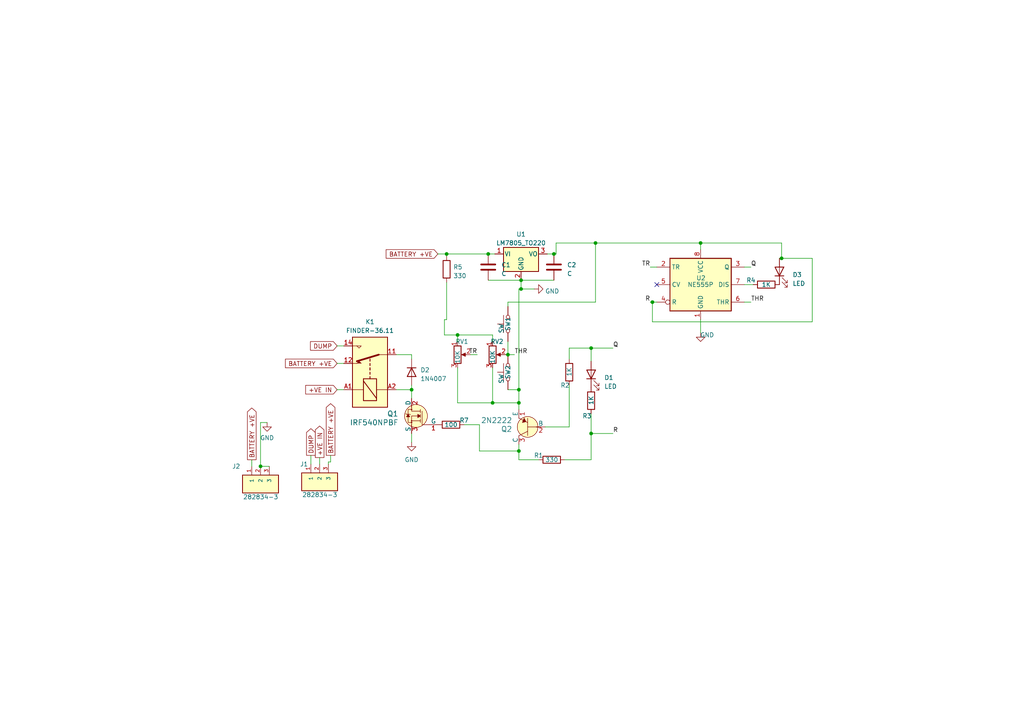
<source format=kicad_sch>
(kicad_sch (version 20220126) (generator eeschema)
  (paper "A4")
  (lib_symbols
    (symbol "Connector:282834-3" (pin_names (offset 1.016))
      (property "Reference" "J" (at -2.794 5.588 0))
      (property "Value" "282834-3" (at -2.794 -6.604 0))
      (symbol "282834-3_0_0"
        (rectangle (start -2.6416 -5.207) (end 2.54 5.207) (stroke (width 0.254)) (fill (type background)))
        (pin passive line (at 5.08 2.54 180) (length 2.54) (name "1") (number "1"))
        (pin passive line (at 5.08 0 180) (length 2.54) (name "2") (number "2"))
        (pin passive line (at 5.08 -2.54 180) (length 2.54) (name "3") (number "3"))
      )
    )
    (symbol "Device:C" (pin_numbers hide) (pin_names (offset 0.254))
      (property "Reference" "C" (at 0.635 2.54 0))
      (property "Value" "C" (at 0.635 -2.54 0))
      (symbol "C_0_1"
        (polyline (pts (xy -2.032 -0.762) (xy 2.032 -0.762)) (stroke (width 0.508)))
        (polyline (pts (xy -2.032 0.762) (xy 2.032 0.762)) (stroke (width 0.508)))
      )
      (symbol "C_1_1"
        (pin passive line (at 0 3.81 270) (length 2.794) (name "~") (number "1"))
        (pin passive line (at 0 -3.81 90) (length 2.794) (name "~") (number "2"))
      )
    )
    (symbol "Device:LED" (pin_numbers hide) (pin_names (offset 1.016) hide)
      (property "Reference" "D" (at 0 2.54 0))
      (property "Value" "LED" (at 0 -2.54 0))
      (symbol "LED_0_1"
        (polyline (pts (xy -1.27 -1.27) (xy -1.27 1.27)) (stroke (width 0.254)))
        (polyline (pts (xy -1.27 0) (xy 1.27 0)))
        (polyline (pts (xy 1.27 -1.27) (xy 1.27 1.27) (xy -1.27 0) (xy 1.27 -1.27)) (stroke (width 0.254)))
        (polyline (pts (xy -3.048 -0.762) (xy -4.572 -2.286) (xy -3.81 -2.286) (xy -4.572 -2.286) (xy -4.572 -1.524)))
        (polyline (pts (xy -1.778 -0.762) (xy -3.302 -2.286) (xy -2.54 -2.286) (xy -3.302 -2.286) (xy -3.302 -1.524)))
      )
      (symbol "LED_1_1"
        (pin passive line (at -3.81 0 0) (length 2.54) (name "K") (number "1"))
        (pin passive line (at 3.81 0 180) (length 2.54) (name "A") (number "2"))
      )
    )
    (symbol "Device:R" (pin_numbers hide) (pin_names (offset 0))
      (property "Reference" "R" (at 2.032 0 90))
      (property "Value" "R" (at 0 0 90))
      (symbol "R_0_1"
        (rectangle (start -1.016 -2.54) (end 1.016 2.54) (stroke (width 0.254)))
      )
      (symbol "R_1_1"
        (pin passive line (at 0 3.81 270) (length 1.27) (name "~") (number "1"))
        (pin passive line (at 0 -3.81 90) (length 1.27) (name "~") (number "2"))
      )
    )
    (symbol "Device:R_Potentiometer" (pin_names (offset 1.016) hide)
      (property "Reference" "RV" (at -4.445 0 90))
      (property "Value" "R_Potentiometer" (at -2.54 0 90))
      (symbol "R_Potentiometer_0_1"
        (polyline (pts (xy 2.54 0) (xy 1.524 0)))
        (polyline (pts (xy 1.143 0) (xy 2.286 0.508) (xy 2.286 -0.508) (xy 1.143 0)) (fill (type outline)))
        (rectangle (start 1.016 2.54) (end -1.016 -2.54) (stroke (width 0.254)))
      )
      (symbol "R_Potentiometer_1_1"
        (pin passive line (at 0 3.81 270) (length 1.27) (name "1") (number "1"))
        (pin passive line (at 3.81 0 180) (length 1.27) (name "2") (number "2"))
        (pin passive line (at 0 -3.81 90) (length 1.27) (name "3") (number "3"))
      )
    )
    (symbol "Diode:1N4007" (pin_numbers hide) (pin_names (offset 1.016) hide)
      (property "Reference" "D" (at 0 2.54 0))
      (property "Value" "1N4007" (at 0 -2.54 0))
      (symbol "1N4007_0_1"
        (polyline (pts (xy -1.27 1.27) (xy -1.27 -1.27)) (stroke (width 0.254)))
        (polyline (pts (xy 1.27 0) (xy -1.27 0)))
        (polyline (pts (xy 1.27 1.27) (xy 1.27 -1.27) (xy -1.27 0) (xy 1.27 1.27)) (stroke (width 0.254)))
      )
      (symbol "1N4007_1_1"
        (pin passive line (at -3.81 0 0) (length 2.54) (name "K") (number "1"))
        (pin passive line (at 3.81 0 180) (length 2.54) (name "A") (number "2"))
      )
    )
    (symbol "Regulator_Linear:LM7805_TO220" (pin_names (offset 0.254))
      (property "Reference" "U" (at -3.81 3.175 0))
      (property "Value" "LM7805_TO220" (at 0 3.175 0))
      (symbol "LM7805_TO220_0_1"
        (rectangle (start -5.08 1.905) (end 5.08 -5.08) (stroke (width 0.254)) (fill (type background)))
      )
      (symbol "LM7805_TO220_1_1"
        (pin power_in line (at -7.62 0 0) (length 2.54) (name "VI") (number "1"))
        (pin power_in line (at 0 -7.62 90) (length 2.54) (name "GND") (number "2"))
        (pin power_out line (at 7.62 0 180) (length 2.54) (name "VO") (number "3"))
      )
    )
    (symbol "Relay:FINDER-36.11"
      (property "Reference" "K" (at 11.43 3.81 0))
      (property "Value" "FINDER-36.11" (at 11.43 1.27 0))
      (symbol "FINDER-36.11_0_0"
        (polyline (pts (xy 2.54 3.81) (xy 2.54 5.08)))
        (polyline (pts (xy 7.62 3.81) (xy 7.62 5.08)))
        (polyline (pts (xy 7.62 3.81) (xy 7.62 2.54) (xy 6.985 3.175) (xy 7.62 3.81)))
      )
      (symbol "FINDER-36.11_0_1"
        (rectangle (start -10.16 5.08) (end 10.16 -5.08) (stroke (width 0.254)) (fill (type background)))
        (rectangle (start -8.255 1.905) (end -1.905 -1.905) (stroke (width 0.254)))
        (polyline (pts (xy -7.62 -1.905) (xy -2.54 1.905)) (stroke (width 0.254)))
        (polyline (pts (xy -5.08 -5.08) (xy -5.08 -1.905)))
        (polyline (pts (xy -5.08 5.08) (xy -5.08 1.905)))
        (polyline (pts (xy -1.905 0) (xy -1.27 0)) (stroke (width 0.254)))
        (polyline (pts (xy -0.635 0) (xy 0 0)) (stroke (width 0.254)))
        (polyline (pts (xy 0.635 0) (xy 1.27 0)) (stroke (width 0.254)))
        (polyline (pts (xy 0.635 0) (xy 1.27 0)) (stroke (width 0.254)))
        (polyline (pts (xy 1.905 0) (xy 2.54 0)) (stroke (width 0.254)))
        (polyline (pts (xy 3.175 0) (xy 3.81 0)) (stroke (width 0.254)))
        (polyline (pts (xy 5.08 -2.54) (xy 3.175 3.81)) (stroke (width 0.508)))
        (polyline (pts (xy 5.08 -2.54) (xy 5.08 -5.08)))
        (polyline (pts (xy 2.54 2.54) (xy 3.175 3.175) (xy 2.54 3.81)) (fill (type outline)))
      )
      (symbol "FINDER-36.11_1_1"
        (pin passive line (at 5.08 -7.62 90) (length 2.54) (name "~") (number "11"))
        (pin passive line (at 2.54 7.62 270) (length 2.54) (name "~") (number "12"))
        (pin passive line (at 7.62 7.62 270) (length 2.54) (name "~") (number "14"))
        (pin passive line (at -5.08 7.62 270) (length 2.54) (name "~") (number "A1"))
        (pin passive line (at -5.08 -7.62 90) (length 2.54) (name "~") (number "A2"))
      )
    )
    (symbol "Switch:SW_Push" (pin_numbers hide) (pin_names (offset 1.016) hide)
      (property "Reference" "SW" (at 1.27 2.54 0))
      (property "Value" "SW_Push" (at 0 -1.524 0))
      (symbol "SW_Push_0_1"
        (circle (center -2.032 0) (radius 0.508))
        (polyline (pts (xy 0 1.27) (xy 0 3.048)))
        (polyline (pts (xy 2.54 1.27) (xy -2.54 1.27)))
        (circle (center 2.032 0) (radius 0.508))
        (pin passive line (at -5.08 0 0) (length 2.54) (name "1") (number "1"))
        (pin passive line (at 5.08 0 180) (length 2.54) (name "2") (number "2"))
      )
    )
    (symbol "Timer:NE555P"
      (property "Reference" "U" (at -10.16 8.89 0))
      (property "Value" "NE555P" (at 2.54 8.89 0))
      (symbol "NE555P_0_0"
        (pin power_in line (at 0 -10.16 90) (length 2.54) (name "GND") (number "1"))
        (pin power_in line (at 0 10.16 270) (length 2.54) (name "VCC") (number "8"))
      )
      (symbol "NE555P_0_1"
        (rectangle (start -8.89 -7.62) (end 8.89 7.62) (stroke (width 0.254)) (fill (type background)))
        (rectangle (start -8.89 -7.62) (end 8.89 7.62) (stroke (width 0.254)) (fill (type background)))
      )
      (symbol "NE555P_1_1"
        (pin input line (at -12.7 5.08 0) (length 3.81) (name "TR") (number "2"))
        (pin output line (at 12.7 5.08 180) (length 3.81) (name "Q") (number "3"))
        (pin input inverted (at -12.7 -5.08 0) (length 3.81) (name "R") (number "4"))
        (pin input line (at -12.7 0 0) (length 3.81) (name "CV") (number "5"))
        (pin input line (at 12.7 -5.08 180) (length 3.81) (name "THR") (number "6"))
        (pin input line (at 12.7 0 180) (length 3.81) (name "DIS") (number "7"))
      )
    )
    (symbol "dk_Transistors-Bipolar-BJT-Single:2N2222" (pin_names (offset 0))
      (property "Reference" "Q" (at -2.3876 3.9116 0))
      (property "Value" "2N2222" (at 5.08 0 90))
      (symbol "2N2222_0_1"
        (polyline (pts (xy -3.81 0) (xy -2.54 0)))
        (polyline (pts (xy -3.556 0) (xy 0 0)))
        (polyline (pts (xy 0 -1.27) (xy 2.54 -2.54)))
        (polyline (pts (xy 0 1.27) (xy 2.54 2.54)))
        (polyline (pts (xy 0 2.54) (xy 0 -2.54)))
        (polyline (pts (xy 1.016 2.54) (xy 0.508 1.524) (xy 1.524 1.27) (xy 1.016 2.54)) (fill (type outline)))
        (circle (center 0 0) (radius 2.9972) (fill (type background)))
      )
      (symbol "2N2222_1_1"
        (pin passive line (at 2.54 5.08 270) (length 2.54) (name "E") (number "1"))
        (pin input line (at -5.08 0 0) (length 2.54) (name "B") (number "2"))
        (pin passive line (at 2.54 -5.08 90) (length 2.54) (name "C") (number "3"))
      )
    )
    (symbol "dk_Transistors-FETs-MOSFETs-Single:IRF540NPBF" (pin_names (offset 0))
      (property "Reference" "Q" (at -2.6924 3.6322 0))
      (property "Value" "IRF540NPBF" (at 3.4544 0 90))
      (symbol "IRF540NPBF_0_1"
        (circle (center -1.27 0) (radius 3.302) (fill (type background)))
        (circle (center 0 -1.905) (radius 0.127))
        (circle (center 0 -1.397) (radius 0.127))
        (polyline (pts (xy 0 -1.397) (xy -2.54 -1.397)))
        (polyline (pts (xy 0.508 0.508) (xy 0.3556 0.3556)))
        (polyline (pts (xy 1.524 0.508) (xy 1.7272 0.6604)))
        (polyline (pts (xy -5.08 -2.54) (xy -3.048 -2.54) (xy -3.048 1.397)))
        (polyline (pts (xy 0 -2.54) (xy 0 0) (xy -2.54 0)))
        (polyline (pts (xy 0 2.54) (xy 0 1.397) (xy -2.54 1.397)))
        (polyline (pts (xy -0.127 -1.905) (xy 1.016 -1.905) (xy 1.016 1.397) (xy 1.016 1.905) (xy -0.127 1.905)))
        (circle (center 0 1.905) (radius 0.127))
      )
      (symbol "IRF540NPBF_1_1"
        (polyline (pts (xy -2.54 -1.397) (xy -2.54 -1.905)))
        (polyline (pts (xy -2.54 -1.397) (xy -2.54 -0.889)))
        (polyline (pts (xy -2.54 0) (xy -2.54 -0.508)))
        (polyline (pts (xy -2.54 0) (xy -2.54 0.508)))
        (polyline (pts (xy -2.54 1.905) (xy -2.54 0.889)))
        (polyline (pts (xy 1.524 0.508) (xy 0.508 0.508)))
        (polyline (pts (xy -2.54 0) (xy -1.778 0.508) (xy -1.778 -0.508) (xy -2.54 0)) (fill (type outline)))
        (polyline (pts (xy 1.016 0.508) (xy 0.508 -0.254) (xy 1.524 -0.254) (xy 1.016 0.508)) (fill (type outline)))
        (pin bidirectional line (at -7.62 -2.54 0) (length 2.54) (name "G") (number "1"))
        (pin bidirectional line (at 0 5.08 270) (length 2.54) (name "D") (number "2"))
        (pin bidirectional line (at 0 -5.08 90) (length 2.54) (name "S") (number "3"))
      )
    )
    (symbol "power:GND" (power) (pin_names (offset 0))
      (property "Value" "GND" (at 0 -3.81 0))
      (symbol "GND_0_1"
        (polyline (pts (xy 0 0) (xy 0 -1.27) (xy 1.27 -1.27) (xy 0 -2.54) (xy -1.27 -1.27) (xy 0 -1.27)))
      )
      (symbol "GND_1_1"
        (pin power_in line (at 0 0 270) (length 0) hide (name "GND") (number "1"))
      )
    )
  )
  (junction (at 171.45 100.965))
  (junction (at 203.2 70.485))
  (junction (at 171.45 125.73))
  (junction (at 160.655 73.66))
  (junction (at 150.495 116.84))
  (junction (at 151.13 83.82))
  (junction (at 119.38 113.03))
  (junction (at 142.875 116.84))
  (junction (at 172.72 70.485))
  (junction (at 150.495 130.81))
  (junction (at 129.54 73.66))
  (junction (at 226.695 74.93))
  (junction (at 132.715 97.155))
  (junction (at 151.13 81.28))
  (junction (at 189.23 87.63))
  (junction (at 141.605 73.66))
  (junction (at 147.32 102.87))
  (junction (at 150.495 113.03))
  (junction (at 75.565 135.255))
  (no_connect (at 190.5 82.55))
  (wire (pts (xy 165.1 111.76) (xy 165.1 123.825)))
  (wire (pts (xy 75.565 122.555) (xy 77.47 122.555)))
  (wire (pts (xy 132.715 116.84) (xy 142.875 116.84)))
  (wire (pts (xy 151.13 81.28) (xy 151.13 83.82)))
  (wire (pts (xy 203.2 92.71) (xy 203.2 96.52)))
  (wire (pts (xy 150.495 83.82) (xy 151.13 83.82)))
  (wire (pts (xy 189.23 87.63) (xy 190.5 87.63)))
  (wire (pts (xy 235.585 74.93) (xy 235.585 93.345)))
  (wire (pts (xy 147.32 99.06) (xy 147.32 102.87)))
  (wire (pts (xy 97.79 105.41) (xy 99.695 105.41)))
  (wire (pts (xy 160.655 73.66) (xy 161.29 73.66)))
  (wire (pts (xy 95.885 133.985) (xy 95.885 132.08)))
  (wire (pts (xy 141.605 73.66) (xy 143.51 73.66)))
  (wire (pts (xy 119.38 113.03) (xy 114.935 113.03)))
  (wire (pts (xy 150.495 128.905) (xy 150.495 130.81)))
  (wire (pts (xy 161.29 70.485) (xy 161.29 73.66)))
  (wire (pts (xy 165.1 100.965) (xy 165.1 104.14)))
  (wire (pts (xy 147.32 87.63) (xy 147.32 88.9)))
  (wire (pts (xy 158.75 73.66) (xy 160.655 73.66)))
  (wire (pts (xy 119.38 102.87) (xy 119.38 104.14)))
  (wire (pts (xy 203.2 70.485) (xy 203.2 72.39)))
  (wire (pts (xy 139.065 123.19) (xy 139.065 130.81)))
  (wire (pts (xy 75.565 135.255) (xy 78.105 135.255)))
  (wire (pts (xy 172.72 87.63) (xy 172.72 70.485)))
  (wire (pts (xy 189.23 93.345) (xy 235.585 93.345)))
  (wire (pts (xy 97.79 100.33) (xy 99.695 100.33)))
  (wire (pts (xy 138.43 102.87) (xy 136.525 102.87)))
  (wire (pts (xy 132.715 97.155) (xy 142.875 97.155)))
  (wire (pts (xy 134.62 123.19) (xy 139.065 123.19)))
  (wire (pts (xy 151.13 81.28) (xy 160.655 81.28)))
  (wire (pts (xy 129.54 92.71) (xy 128.905 92.71)))
  (wire (pts (xy 114.935 102.87) (xy 119.38 102.87)))
  (wire (pts (xy 75.565 135.255) (xy 75.565 122.555)))
  (wire (pts (xy 147.32 113.03) (xy 150.495 113.03)))
  (wire (pts (xy 171.45 120.015) (xy 171.45 125.73)))
  (wire (pts (xy 92.71 132.715) (xy 92.71 134.62)))
  (wire (pts (xy 177.8 100.965) (xy 171.45 100.965)))
  (wire (pts (xy 151.13 83.82) (xy 154.94 83.82)))
  (wire (pts (xy 161.29 70.485) (xy 172.72 70.485)))
  (wire (pts (xy 147.32 102.87) (xy 149.225 102.87)))
  (wire (pts (xy 188.595 77.47) (xy 190.5 77.47)))
  (wire (pts (xy 129.54 81.915) (xy 129.54 92.71)))
  (wire (pts (xy 97.79 113.03) (xy 99.695 113.03)))
  (wire (pts (xy 128.905 97.155) (xy 132.715 97.155)))
  (wire (pts (xy 172.72 70.485) (xy 203.2 70.485)))
  (wire (pts (xy 226.695 70.485) (xy 226.695 74.93)))
  (wire (pts (xy 119.38 111.76) (xy 119.38 113.03)))
  (wire (pts (xy 215.9 87.63) (xy 217.805 87.63)))
  (wire (pts (xy 119.38 125.73) (xy 119.38 128.27)))
  (wire (pts (xy 177.8 125.73) (xy 171.45 125.73)))
  (wire (pts (xy 139.065 130.81) (xy 150.495 130.81)))
  (wire (pts (xy 163.83 133.35) (xy 171.45 133.35)))
  (wire (pts (xy 226.695 74.93) (xy 235.585 74.93)))
  (wire (pts (xy 129.54 73.66) (xy 141.605 73.66)))
  (wire (pts (xy 150.495 116.84) (xy 150.495 118.745)))
  (wire (pts (xy 171.45 100.965) (xy 171.45 104.775)))
  (wire (pts (xy 150.495 113.03) (xy 150.495 116.84)))
  (wire (pts (xy 150.495 130.81) (xy 150.495 133.35)))
  (wire (pts (xy 150.495 83.82) (xy 150.495 113.03)))
  (wire (pts (xy 203.2 70.485) (xy 226.695 70.485)))
  (wire (pts (xy 95.25 133.985) (xy 95.885 133.985)))
  (wire (pts (xy 95.25 134.62) (xy 95.25 133.985)))
  (wire (pts (xy 142.875 116.84) (xy 150.495 116.84)))
  (wire (pts (xy 141.605 81.28) (xy 151.13 81.28)))
  (wire (pts (xy 150.495 133.35) (xy 156.21 133.35)))
  (wire (pts (xy 73.025 133.35) (xy 73.025 135.255)))
  (wire (pts (xy 132.715 97.155) (xy 132.715 99.06)))
  (wire (pts (xy 171.45 125.73) (xy 171.45 133.35)))
  (wire (pts (xy 215.9 77.47) (xy 217.805 77.47)))
  (wire (pts (xy 215.9 82.55) (xy 218.44 82.55)))
  (wire (pts (xy 128.905 92.71) (xy 128.905 97.155)))
  (wire (pts (xy 188.595 87.63) (xy 189.23 87.63)))
  (wire (pts (xy 119.38 113.03) (xy 119.38 115.57)))
  (wire (pts (xy 226.06 74.93) (xy 226.695 74.93)))
  (wire (pts (xy 142.875 106.68) (xy 142.875 116.84)))
  (wire (pts (xy 129.54 74.295) (xy 129.54 73.66)))
  (wire (pts (xy 127 73.66) (xy 129.54 73.66)))
  (wire (pts (xy 165.1 123.825) (xy 158.115 123.825)))
  (wire (pts (xy 142.875 97.155) (xy 142.875 99.06)))
  (wire (pts (xy 90.17 132.08) (xy 90.17 134.62)))
  (wire (pts (xy 171.45 100.965) (xy 165.1 100.965)))
  (wire (pts (xy 132.715 106.68) (xy 132.715 116.84)))
  (wire (pts (xy 147.32 87.63) (xy 172.72 87.63)))
  (wire (pts (xy 189.23 87.63) (xy 189.23 93.345)))
  (wire (pts (xy 146.685 102.87) (xy 147.32 102.87)))
  (label "R" (at 188.595 87.63 0))
  (label "TR" (at 188.595 77.47 0))
  (label "Q" (at 177.8 100.965 0))
  (label "R" (at 177.8 125.73 0))
  (label "Q" (at 217.805 77.47 0))
  (label "THR" (at 217.805 87.63 0))
  (label "THR" (at 149.225 102.87 0))
  (label "TR" (at 138.43 102.87 0))
  (global_label "+VE IN" (shape output) (at 92.71 132.715 90) (property "Intersheetrefs" "${INTERSHEET_REFS}" (effects hide)))
  (global_label "BATTERY +VE" (shape output) (at 73.025 133.35 90) (property "Intersheetrefs" "${INTERSHEET_REFS}" (effects hide)))
  (global_label "+VE IN" (shape input) (at 97.79 113.03 180) (property "Intersheetrefs" "${INTERSHEET_REFS}" (effects hide)))
  (global_label "DUMP" (shape output) (at 90.17 132.08 90) (property "Intersheetrefs" "${INTERSHEET_REFS}" (effects hide)))
  (global_label "DUMP" (shape input) (at 97.79 100.33 180) (property "Intersheetrefs" "${INTERSHEET_REFS}" (effects hide)))
  (global_label "BATTERY +VE" (shape output) (at 95.885 132.08 90) (property "Intersheetrefs" "${INTERSHEET_REFS}" (effects hide)))
  (global_label "BATTERY +VE" (shape input) (at 127 73.66 180) (property "Intersheetrefs" "${INTERSHEET_REFS}" (effects hide)))
  (global_label "BATTERY +VE" (shape input) (at 97.79 105.41 180) (property "Intersheetrefs" "${INTERSHEET_REFS}" (effects hide)))
  (symbol (lib_id "Device:R") (at 129.54 78.105 0) (unit 1)
    (property "Reference" "R5" (at 131.445 77.47 0) (effects (justify left)))
    (property "Value" "330" (at 131.445 80.01 0) (effects (justify left)))
    (property "Footprint" "Resistor_SMD:R_0603_1608Metric_Pad0.98x0.95mm_HandSolder" (effects hide))
  )
  (symbol (lib_id "Switch:SW_Push") (at 147.32 93.98 90) (unit 1)
    (property "Reference" "SW1" (at 147.32 93.98 0))
    (property "Value" "SW" (at 145.415 95.25 0))
    (property "Footprint" "Button_Switch_SMD:SW_SPST_PTS645" (effects hide))
  )
  (symbol (lib_id "Device:R") (at 160.02 133.35 90) (unit 1)
    (property "Reference" "R1" (at 156.21 132.08 90))
    (property "Value" "330" (at 160.02 133.35 90))
    (property "Footprint" "Resistor_SMD:R_0603_1608Metric_Pad0.98x0.95mm_HandSolder" (effects hide))
  )
  (symbol (lib_id "Device:R") (at 130.81 123.19 90) (unit 1)
    (property "Reference" "R7" (at 134.62 121.92 90))
    (property "Value" "100" (at 130.81 123.19 90))
    (property "Footprint" "Resistor_SMD:R_0603_1608Metric_Pad0.98x0.95mm_HandSolder" (effects hide))
  )
  (symbol (lib_id "Device:R") (at 171.45 116.205 0) (unit 1)
    (property "Reference" "R3" (at 168.91 120.65 0) (effects (justify left)))
    (property "Value" "1K" (at 171.45 117.475 90) (effects (justify left)))
    (property "Footprint" "Resistor_SMD:R_0603_1608Metric_Pad0.98x0.95mm_HandSolder" (effects hide))
  )
  (symbol (lib_id "power:GND") (at 77.47 122.555 0) (unit 1)
    (property "Reference" "#PWR01" (effects hide))
    (property "Value" "GND" (at 77.47 127 0))
  )
  (symbol (lib_id "Device:LED") (at 226.06 78.74 90) (unit 1)
    (property "Reference" "D3" (at 229.87 79.6925 90) (effects (justify right)))
    (property "Value" "LED" (at 229.87 82.2325 90) (effects (justify right)))
    (property "Footprint" "LED_SMD:LED_0603_1608Metric_Pad1.05x0.95mm_HandSolder" (effects hide))
  )
  (symbol (lib_id "dk_Transistors-FETs-MOSFETs-Single:IRF540NPBF") (at 119.38 120.65 0) (mirror y) (unit 1)
    (property "Reference" "Q1" (at 115.57 120.015 0) (effects (font (size 1.524 1.524)) (justify left)))
    (property "Value" "IRF540NPBF" (at 115.57 122.555 0) (effects (font (size 1.524 1.524)) (justify left)))
    (property "Footprint" "digikey-footprints:TO-220-3" (effects hide))
    (property "Datasheet" "https://www.infineon.com/dgdl/irf540npbf.pdf?fileId=5546d462533600a4015355e39f0d19a1" (effects hide))
    (property "Digi-Key_PN" "IRF540NPBF-ND" (effects hide))
    (property "MPN" "IRF540NPBF" (effects hide))
    (property "Category" "Discrete Semiconductor Products" (effects hide))
    (property "Family" "Transistors - FETs, MOSFETs - Single" (effects hide))
    (property "DK_Datasheet_Link" "https://www.infineon.com/dgdl/irf540npbf.pdf?fileId=5546d462533600a4015355e39f0d19a1" (effects hide))
    (property "DK_Detail_Page" "/product-detail/en/infineon-technologies/IRF540NPBF/IRF540NPBF-ND/811869" (effects hide))
    (property "Description" "MOSFET N-CH 100V 33A TO-220AB" (effects hide))
    (property "Manufacturer" "Infineon Technologies" (effects hide))
    (property "Status" "Active" (effects hide))
  )
  (symbol (lib_id "Diode:1N4007") (at 119.38 107.95 270) (unit 1)
    (property "Reference" "D2" (at 121.92 107.315 90) (effects (justify left)))
    (property "Value" "1N4007" (at 121.92 109.855 90) (effects (justify left)))
    (property "Footprint" "Diode_THT:D_DO-41_SOD81_P10.16mm_Horizontal" (effects hide))
    (property "Datasheet" "http://www.vishay.com/docs/88503/1n4001.pdf" (effects hide))
  )
  (symbol (lib_id "Connector:282834-3") (at 92.71 139.7 90) (unit 1)
    (property "Reference" "J1" (at 86.995 134.62 90) (effects (justify right)))
    (property "Value" "282834-3" (at 87.63 143.51 90) (effects (justify right)))
    (property "Footprint" "TerminalBlock_MetzConnect:TerminalBlock_MetzConnect_Type101_RT01603HBWC_1x03_P5.08mm_Horizontal" (effects hide))
    (property "Comment" "282834-3" (effects hide))
    (property "EU_RoHS_Compliance" "Compliant with Exemptions" (effects hide))
  )
  (symbol (lib_id "Switch:SW_Push") (at 147.32 107.95 90) (unit 1)
    (property "Reference" "SW2" (at 147.32 107.95 0))
    (property "Value" "SW" (at 145.415 109.855 0))
    (property "Footprint" "Button_Switch_SMD:SW_SPST_PTS645" (effects hide))
  )
  (symbol (lib_id "power:GND") (at 203.2 96.52 0) (unit 1)
    (property "Reference" "#PWR03" (effects hide))
    (property "Value" "GND" (at 205.105 97.155 0))
  )
  (symbol (lib_id "power:GND") (at 119.38 128.27 0) (unit 1)
    (property "Reference" "#PWR0101" (effects hide))
    (property "Value" "GND" (at 119.38 133.35 0))
  )
  (symbol (lib_id "Timer:NE555P") (at 203.2 82.55 0) (unit 1)
    (property "Reference" "U2" (at 201.93 80.645 0) (effects (justify left)))
    (property "Value" "NE555P" (at 199.39 82.55 0) (effects (justify left)))
    (property "Footprint" "Package_DIP:DIP-8_W7.62mm" (effects hide))
    (property "Datasheet" "http://www.ti.com/lit/ds/symlink/ne555.pdf" (effects hide))
  )
  (symbol (lib_id "Device:C") (at 160.655 77.47 0) (unit 1)
    (property "Reference" "C2" (at 164.465 76.835 0) (effects (justify left)))
    (property "Value" "C" (at 164.465 79.375 0) (effects (justify left)))
    (property "Footprint" "Capacitor_SMD:C_0603_1608Metric_Pad1.08x0.95mm_HandSolder" (effects hide))
  )
  (symbol (lib_id "power:GND") (at 154.94 83.82 90) (unit 1)
    (property "Reference" "#PWR02" (effects hide))
    (property "Value" "GND" (at 158.115 84.455 90) (effects (justify right)))
  )
  (symbol (lib_id "Device:R") (at 165.1 107.95 0) (unit 1)
    (property "Reference" "R2" (at 162.56 111.76 0) (effects (justify left)))
    (property "Value" "1K" (at 165.1 109.22 90) (effects (justify left)))
    (property "Footprint" "Resistor_SMD:R_0603_1608Metric_Pad0.98x0.95mm_HandSolder" (effects hide))
  )
  (symbol (lib_id "dk_Transistors-Bipolar-BJT-Single:2N2222") (at 153.035 123.825 0) (mirror y) (unit 1)
    (property "Reference" "Q2" (at 148.59 124.46 0) (effects (font (size 1.524 1.524)) (justify left)))
    (property "Value" "2N2222" (at 148.59 121.92 0) (effects (font (size 1.524 1.524)) (justify left)))
    (property "Footprint" "digikey-footprints:TO-18-3" (effects hide))
    (property "Datasheet" "https://my.centralsemi.com/get_document.php?cmp=1&mergetype=pd&mergepath=pd&pdf_id=2N2221.PDF" (effects hide))
    (property "Digi-Key_PN" "2N2222CS-ND" (effects hide))
    (property "MPN" "2N2222" (effects hide))
    (property "Category" "Discrete Semiconductor Products" (effects hide))
    (property "Family" "Transistors - Bipolar (BJT) - Single" (effects hide))
    (property "DK_Datasheet_Link" "https://my.centralsemi.com/get_document.php?cmp=1&mergetype=pd&mergepath=pd&pdf_id=2N2221.PDF" (effects hide))
    (property "DK_Detail_Page" "/product-detail/en/central-semiconductor-corp/2N2222/2N2222CS-ND/4806844" (effects hide))
    (property "Description" "TRANS NPN 30V 0.8A TO-18" (effects hide))
    (property "Manufacturer" "Central Semiconductor Corp" (effects hide))
    (property "Status" "Active" (effects hide))
  )
  (symbol (lib_id "Regulator_Linear:LM7805_TO220") (at 151.13 73.66 0) (unit 1)
    (property "Reference" "U1" (at 151.13 67.945 0))
    (property "Value" "LM7805_TO220" (at 151.13 70.485 0))
    (property "Footprint" "Package_TO_SOT_THT:TO-220-3_Vertical" (effects hide))
    (property "Datasheet" "https://www.onsemi.cn/PowerSolutions/document/MC7800-D.PDF" (effects hide))
  )
  (symbol (lib_id "Device:R_Potentiometer") (at 132.715 102.87 0) (unit 1)
    (property "Reference" "RV1" (at 135.89 99.06 0) (effects (justify right)))
    (property "Value" "10K" (at 132.715 101.6 90) (effects (justify right)))
    (property "Footprint" "Resistor_SMD:R_0603_1608Metric_Pad0.98x0.95mm_HandSolder" (effects hide))
  )
  (symbol (lib_id "Relay:FINDER-36.11") (at 107.315 107.95 90) (unit 1)
    (property "Reference" "K1" (at 107.315 93.345 90))
    (property "Value" "FINDER-36.11" (at 107.315 95.885 90))
    (property "Footprint" "Relay_THT:Relay_SPDT_Finder_36.11" (effects hide))
    (property "Datasheet" "https://gfinder.findernet.com/public/attachments/36/EN/S36EN.pdf" (effects hide))
  )
  (symbol (lib_id "Connector:282834-3") (at 75.565 140.335 90) (unit 1)
    (property "Reference" "J2" (at 67.31 135.255 90) (effects (justify right)))
    (property "Value" "282834-3" (at 70.485 144.145 90) (effects (justify right)))
    (property "Footprint" "TerminalBlock_MetzConnect:TerminalBlock_MetzConnect_Type101_RT01603HBWC_1x03_P5.08mm_Horizontal" (effects hide))
    (property "Comment" "282834-3" (effects hide))
    (property "EU_RoHS_Compliance" "Compliant with Exemptions" (effects hide))
  )
  (symbol (lib_id "Device:R_Potentiometer") (at 142.875 102.87 0) (unit 1)
    (property "Reference" "RV2" (at 146.05 99.06 0) (effects (justify right)))
    (property "Value" "10K" (at 142.875 101.6 90) (effects (justify right)))
    (property "Footprint" "Resistor_SMD:R_0603_1608Metric_Pad0.98x0.95mm_HandSolder" (effects hide))
  )
  (symbol (lib_id "Device:C") (at 141.605 77.47 0) (unit 1)
    (property "Reference" "C1" (at 145.415 76.835 0) (effects (justify left)))
    (property "Value" "C" (at 145.415 79.375 0) (effects (justify left)))
    (property "Footprint" "Capacitor_SMD:C_0603_1608Metric_Pad1.08x0.95mm_HandSolder" (effects hide))
  )
  (symbol (lib_id "Device:R") (at 222.25 82.55 90) (unit 1)
    (property "Reference" "R4" (at 217.805 81.28 90))
    (property "Value" "1K" (at 222.25 82.55 90))
    (property "Footprint" "Resistor_SMD:R_0603_1608Metric_Pad0.98x0.95mm_HandSolder" (effects hide))
  )
  (symbol (lib_id "Device:LED") (at 171.45 108.585 90) (unit 1)
    (property "Reference" "D1" (at 175.26 109.5375 90) (effects (justify right)))
    (property "Value" "LED" (at 175.26 112.0775 90) (effects (justify right)))
    (property "Footprint" "LED_SMD:LED_0603_1608Metric_Pad1.05x0.95mm_HandSolder" (effects hide))
  )
)
</source>
